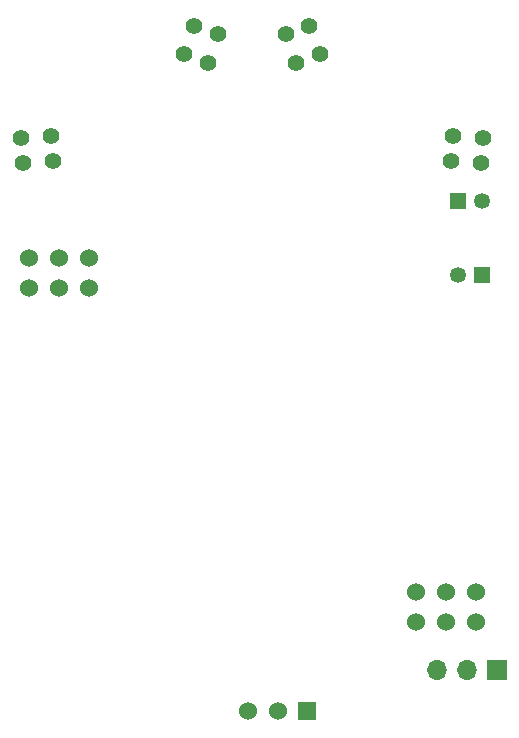
<source format=gbs>
G04 #@! TF.GenerationSoftware,KiCad,Pcbnew,(5.1.9)-1*
G04 #@! TF.CreationDate,2021-05-10T17:03:18+09:00*
G04 #@! TF.ProjectId,part02,70617274-3032-42e6-9b69-6361645f7063,rev?*
G04 #@! TF.SameCoordinates,Original*
G04 #@! TF.FileFunction,Soldermask,Bot*
G04 #@! TF.FilePolarity,Negative*
%FSLAX46Y46*%
G04 Gerber Fmt 4.6, Leading zero omitted, Abs format (unit mm)*
G04 Created by KiCad (PCBNEW (5.1.9)-1) date 2021-05-10 17:03:18*
%MOMM*%
%LPD*%
G01*
G04 APERTURE LIST*
%ADD10O,1.700000X1.700000*%
%ADD11R,1.700000X1.700000*%
%ADD12C,1.350000*%
%ADD13R,1.350000X1.350000*%
%ADD14R,1.524000X1.524000*%
%ADD15C,1.524000*%
%ADD16C,1.416000*%
G04 APERTURE END LIST*
D10*
X115665000Y-126380000D03*
X118205000Y-126380000D03*
D11*
X120745000Y-126380000D03*
D12*
X119488000Y-86708000D03*
D13*
X117488000Y-86708000D03*
D14*
X104706000Y-129921000D03*
D15*
X102206000Y-129921000D03*
X99706000Y-129921000D03*
X116420000Y-122364000D03*
X113880000Y-122364000D03*
X118960000Y-122364000D03*
X118960000Y-119824000D03*
X116420000Y-119824000D03*
X113880000Y-119824000D03*
D12*
X117466000Y-92941000D03*
D13*
X119466000Y-92941000D03*
D15*
X83670000Y-91530000D03*
X86210000Y-91530000D03*
X81130000Y-91530000D03*
X81130000Y-94070000D03*
X83670000Y-94070000D03*
X86210000Y-94070000D03*
D16*
X96265634Y-74993410D03*
X97134366Y-72606590D03*
X102865634Y-72606590D03*
X103734366Y-74993410D03*
X80634833Y-83510688D03*
X83165167Y-83289312D03*
X116834833Y-83289312D03*
X119365167Y-83510688D03*
X82965167Y-81189312D03*
X80434833Y-81410688D03*
X119565167Y-81410688D03*
X117034833Y-81189312D03*
X105734366Y-74293410D03*
X104865634Y-71906590D03*
X95134366Y-71906590D03*
X94265634Y-74293410D03*
M02*

</source>
